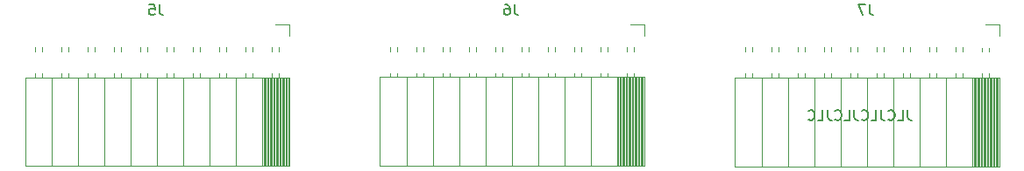
<source format=gbr>
G04 #@! TF.GenerationSoftware,KiCad,Pcbnew,5.1.4*
G04 #@! TF.CreationDate,2019-08-29T18:55:29+02:00*
G04 #@! TF.ProjectId,NixieClock,4e697869-6543-46c6-9f63-6b2e6b696361,rev?*
G04 #@! TF.SameCoordinates,Original*
G04 #@! TF.FileFunction,Legend,Bot*
G04 #@! TF.FilePolarity,Positive*
%FSLAX46Y46*%
G04 Gerber Fmt 4.6, Leading zero omitted, Abs format (unit mm)*
G04 Created by KiCad (PCBNEW 5.1.4) date 2019-08-29 18:55:29*
%MOMM*%
%LPD*%
G04 APERTURE LIST*
%ADD10C,0.150000*%
%ADD11C,0.120000*%
G04 APERTURE END LIST*
D10*
X147529047Y-100624380D02*
X147529047Y-101338666D01*
X147576666Y-101481523D01*
X147671904Y-101576761D01*
X147814761Y-101624380D01*
X147910000Y-101624380D01*
X146576666Y-101624380D02*
X147052857Y-101624380D01*
X147052857Y-100624380D01*
X145671904Y-101529142D02*
X145719523Y-101576761D01*
X145862380Y-101624380D01*
X145957619Y-101624380D01*
X146100476Y-101576761D01*
X146195714Y-101481523D01*
X146243333Y-101386285D01*
X146290952Y-101195809D01*
X146290952Y-101052952D01*
X146243333Y-100862476D01*
X146195714Y-100767238D01*
X146100476Y-100672000D01*
X145957619Y-100624380D01*
X145862380Y-100624380D01*
X145719523Y-100672000D01*
X145671904Y-100719619D01*
X144957619Y-100624380D02*
X144957619Y-101338666D01*
X145005238Y-101481523D01*
X145100476Y-101576761D01*
X145243333Y-101624380D01*
X145338571Y-101624380D01*
X144005238Y-101624380D02*
X144481428Y-101624380D01*
X144481428Y-100624380D01*
X143100476Y-101529142D02*
X143148095Y-101576761D01*
X143290952Y-101624380D01*
X143386190Y-101624380D01*
X143529047Y-101576761D01*
X143624285Y-101481523D01*
X143671904Y-101386285D01*
X143719523Y-101195809D01*
X143719523Y-101052952D01*
X143671904Y-100862476D01*
X143624285Y-100767238D01*
X143529047Y-100672000D01*
X143386190Y-100624380D01*
X143290952Y-100624380D01*
X143148095Y-100672000D01*
X143100476Y-100719619D01*
X142386190Y-100624380D02*
X142386190Y-101338666D01*
X142433809Y-101481523D01*
X142529047Y-101576761D01*
X142671904Y-101624380D01*
X142767142Y-101624380D01*
X141433809Y-101624380D02*
X141910000Y-101624380D01*
X141910000Y-100624380D01*
X140529047Y-101529142D02*
X140576666Y-101576761D01*
X140719523Y-101624380D01*
X140814761Y-101624380D01*
X140957619Y-101576761D01*
X141052857Y-101481523D01*
X141100476Y-101386285D01*
X141148095Y-101195809D01*
X141148095Y-101052952D01*
X141100476Y-100862476D01*
X141052857Y-100767238D01*
X140957619Y-100672000D01*
X140814761Y-100624380D01*
X140719523Y-100624380D01*
X140576666Y-100672000D01*
X140529047Y-100719619D01*
X139814761Y-100624380D02*
X139814761Y-101338666D01*
X139862380Y-101481523D01*
X139957619Y-101576761D01*
X140100476Y-101624380D01*
X140195714Y-101624380D01*
X138862380Y-101624380D02*
X139338571Y-101624380D01*
X139338571Y-100624380D01*
X137957619Y-101529142D02*
X138005238Y-101576761D01*
X138148095Y-101624380D01*
X138243333Y-101624380D01*
X138386190Y-101576761D01*
X138481428Y-101481523D01*
X138529047Y-101386285D01*
X138576666Y-101195809D01*
X138576666Y-101052952D01*
X138529047Y-100862476D01*
X138481428Y-100767238D01*
X138386190Y-100672000D01*
X138243333Y-100624380D01*
X138148095Y-100624380D01*
X138005238Y-100672000D01*
X137957619Y-100719619D01*
D11*
X156390000Y-93462000D02*
X156390000Y-92352000D01*
X156390000Y-92352000D02*
X155060000Y-92352000D01*
X156390000Y-106092000D02*
X130870000Y-106092000D01*
X130870000Y-106092000D02*
X130870000Y-97462000D01*
X156390000Y-97462000D02*
X130870000Y-97462000D01*
X156390000Y-106092000D02*
X156390000Y-97462000D01*
X133470000Y-106092000D02*
X133470000Y-97462000D01*
X136010000Y-106092000D02*
X136010000Y-97462000D01*
X138550000Y-106092000D02*
X138550000Y-97462000D01*
X141090000Y-106092000D02*
X141090000Y-97462000D01*
X143630000Y-106092000D02*
X143630000Y-97462000D01*
X146170000Y-106092000D02*
X146170000Y-97462000D01*
X148710000Y-106092000D02*
X148710000Y-97462000D01*
X151250000Y-106092000D02*
X151250000Y-97462000D01*
X153790000Y-106092000D02*
X153790000Y-97462000D01*
X131840000Y-94952000D02*
X131840000Y-94512000D01*
X131840000Y-97462000D02*
X131840000Y-97052000D01*
X132560000Y-94952000D02*
X132560000Y-94512000D01*
X132560000Y-97462000D02*
X132560000Y-97052000D01*
X134380000Y-94952000D02*
X134380000Y-94512000D01*
X134380000Y-97462000D02*
X134380000Y-97052000D01*
X135100000Y-94952000D02*
X135100000Y-94512000D01*
X135100000Y-97462000D02*
X135100000Y-97052000D01*
X136920000Y-94952000D02*
X136920000Y-94512000D01*
X136920000Y-97462000D02*
X136920000Y-97052000D01*
X137640000Y-94952000D02*
X137640000Y-94512000D01*
X137640000Y-97462000D02*
X137640000Y-97052000D01*
X139460000Y-94952000D02*
X139460000Y-94512000D01*
X139460000Y-97462000D02*
X139460000Y-97052000D01*
X140180000Y-94952000D02*
X140180000Y-94512000D01*
X140180000Y-97462000D02*
X140180000Y-97052000D01*
X142000000Y-94952000D02*
X142000000Y-94512000D01*
X142000000Y-97462000D02*
X142000000Y-97052000D01*
X142720000Y-94952000D02*
X142720000Y-94512000D01*
X142720000Y-97462000D02*
X142720000Y-97052000D01*
X144540000Y-94952000D02*
X144540000Y-94512000D01*
X144540000Y-97462000D02*
X144540000Y-97052000D01*
X145260000Y-94952000D02*
X145260000Y-94512000D01*
X145260000Y-97462000D02*
X145260000Y-97052000D01*
X147080000Y-94952000D02*
X147080000Y-94512000D01*
X147080000Y-97462000D02*
X147080000Y-97052000D01*
X147800000Y-94952000D02*
X147800000Y-94512000D01*
X147800000Y-97462000D02*
X147800000Y-97052000D01*
X149620000Y-94952000D02*
X149620000Y-94512000D01*
X149620000Y-97462000D02*
X149620000Y-97052000D01*
X150340000Y-94952000D02*
X150340000Y-94512000D01*
X150340000Y-97462000D02*
X150340000Y-97052000D01*
X152160000Y-94952000D02*
X152160000Y-94512000D01*
X152160000Y-97462000D02*
X152160000Y-97052000D01*
X152880000Y-94952000D02*
X152880000Y-94512000D01*
X152880000Y-97462000D02*
X152880000Y-97052000D01*
X154700000Y-94952000D02*
X154700000Y-94572000D01*
X154700000Y-97462000D02*
X154700000Y-97052000D01*
X155420000Y-94952000D02*
X155420000Y-94572000D01*
X155420000Y-97462000D02*
X155420000Y-97052000D01*
X153908100Y-106092000D02*
X153908100Y-97462000D01*
X154026195Y-106092000D02*
X154026195Y-97462000D01*
X154144290Y-106092000D02*
X154144290Y-97462000D01*
X154262385Y-106092000D02*
X154262385Y-97462000D01*
X154380480Y-106092000D02*
X154380480Y-97462000D01*
X154498575Y-106092000D02*
X154498575Y-97462000D01*
X154616670Y-106092000D02*
X154616670Y-97462000D01*
X154734765Y-106092000D02*
X154734765Y-97462000D01*
X154852860Y-106092000D02*
X154852860Y-97462000D01*
X154970955Y-106092000D02*
X154970955Y-97462000D01*
X155089050Y-106092000D02*
X155089050Y-97462000D01*
X155207145Y-106092000D02*
X155207145Y-97462000D01*
X155325240Y-106092000D02*
X155325240Y-97462000D01*
X155443335Y-106092000D02*
X155443335Y-97462000D01*
X155561430Y-106092000D02*
X155561430Y-97462000D01*
X155679525Y-106092000D02*
X155679525Y-97462000D01*
X155797620Y-106092000D02*
X155797620Y-97462000D01*
X155915715Y-106092000D02*
X155915715Y-97462000D01*
X156033810Y-106092000D02*
X156033810Y-97462000D01*
X156151905Y-106092000D02*
X156151905Y-97462000D01*
X156270000Y-106092000D02*
X156270000Y-97462000D01*
X122090000Y-93442000D02*
X122090000Y-92332000D01*
X122090000Y-92332000D02*
X120760000Y-92332000D01*
X122090000Y-106072000D02*
X96570000Y-106072000D01*
X96570000Y-106072000D02*
X96570000Y-97442000D01*
X122090000Y-97442000D02*
X96570000Y-97442000D01*
X122090000Y-106072000D02*
X122090000Y-97442000D01*
X99170000Y-106072000D02*
X99170000Y-97442000D01*
X101710000Y-106072000D02*
X101710000Y-97442000D01*
X104250000Y-106072000D02*
X104250000Y-97442000D01*
X106790000Y-106072000D02*
X106790000Y-97442000D01*
X109330000Y-106072000D02*
X109330000Y-97442000D01*
X111870000Y-106072000D02*
X111870000Y-97442000D01*
X114410000Y-106072000D02*
X114410000Y-97442000D01*
X116950000Y-106072000D02*
X116950000Y-97442000D01*
X119490000Y-106072000D02*
X119490000Y-97442000D01*
X97540000Y-94932000D02*
X97540000Y-94492000D01*
X97540000Y-97442000D02*
X97540000Y-97032000D01*
X98260000Y-94932000D02*
X98260000Y-94492000D01*
X98260000Y-97442000D02*
X98260000Y-97032000D01*
X100080000Y-94932000D02*
X100080000Y-94492000D01*
X100080000Y-97442000D02*
X100080000Y-97032000D01*
X100800000Y-94932000D02*
X100800000Y-94492000D01*
X100800000Y-97442000D02*
X100800000Y-97032000D01*
X102620000Y-94932000D02*
X102620000Y-94492000D01*
X102620000Y-97442000D02*
X102620000Y-97032000D01*
X103340000Y-94932000D02*
X103340000Y-94492000D01*
X103340000Y-97442000D02*
X103340000Y-97032000D01*
X105160000Y-94932000D02*
X105160000Y-94492000D01*
X105160000Y-97442000D02*
X105160000Y-97032000D01*
X105880000Y-94932000D02*
X105880000Y-94492000D01*
X105880000Y-97442000D02*
X105880000Y-97032000D01*
X107700000Y-94932000D02*
X107700000Y-94492000D01*
X107700000Y-97442000D02*
X107700000Y-97032000D01*
X108420000Y-94932000D02*
X108420000Y-94492000D01*
X108420000Y-97442000D02*
X108420000Y-97032000D01*
X110240000Y-94932000D02*
X110240000Y-94492000D01*
X110240000Y-97442000D02*
X110240000Y-97032000D01*
X110960000Y-94932000D02*
X110960000Y-94492000D01*
X110960000Y-97442000D02*
X110960000Y-97032000D01*
X112780000Y-94932000D02*
X112780000Y-94492000D01*
X112780000Y-97442000D02*
X112780000Y-97032000D01*
X113500000Y-94932000D02*
X113500000Y-94492000D01*
X113500000Y-97442000D02*
X113500000Y-97032000D01*
X115320000Y-94932000D02*
X115320000Y-94492000D01*
X115320000Y-97442000D02*
X115320000Y-97032000D01*
X116040000Y-94932000D02*
X116040000Y-94492000D01*
X116040000Y-97442000D02*
X116040000Y-97032000D01*
X117860000Y-94932000D02*
X117860000Y-94492000D01*
X117860000Y-97442000D02*
X117860000Y-97032000D01*
X118580000Y-94932000D02*
X118580000Y-94492000D01*
X118580000Y-97442000D02*
X118580000Y-97032000D01*
X120400000Y-94932000D02*
X120400000Y-94552000D01*
X120400000Y-97442000D02*
X120400000Y-97032000D01*
X121120000Y-94932000D02*
X121120000Y-94552000D01*
X121120000Y-97442000D02*
X121120000Y-97032000D01*
X119608100Y-106072000D02*
X119608100Y-97442000D01*
X119726195Y-106072000D02*
X119726195Y-97442000D01*
X119844290Y-106072000D02*
X119844290Y-97442000D01*
X119962385Y-106072000D02*
X119962385Y-97442000D01*
X120080480Y-106072000D02*
X120080480Y-97442000D01*
X120198575Y-106072000D02*
X120198575Y-97442000D01*
X120316670Y-106072000D02*
X120316670Y-97442000D01*
X120434765Y-106072000D02*
X120434765Y-97442000D01*
X120552860Y-106072000D02*
X120552860Y-97442000D01*
X120670955Y-106072000D02*
X120670955Y-97442000D01*
X120789050Y-106072000D02*
X120789050Y-97442000D01*
X120907145Y-106072000D02*
X120907145Y-97442000D01*
X121025240Y-106072000D02*
X121025240Y-97442000D01*
X121143335Y-106072000D02*
X121143335Y-97442000D01*
X121261430Y-106072000D02*
X121261430Y-97442000D01*
X121379525Y-106072000D02*
X121379525Y-97442000D01*
X121497620Y-106072000D02*
X121497620Y-97442000D01*
X121615715Y-106072000D02*
X121615715Y-97442000D01*
X121733810Y-106072000D02*
X121733810Y-97442000D01*
X121851905Y-106072000D02*
X121851905Y-97442000D01*
X121970000Y-106072000D02*
X121970000Y-97442000D01*
X87820000Y-93452000D02*
X87820000Y-92342000D01*
X87820000Y-92342000D02*
X86490000Y-92342000D01*
X87820000Y-106082000D02*
X62300000Y-106082000D01*
X62300000Y-106082000D02*
X62300000Y-97452000D01*
X87820000Y-97452000D02*
X62300000Y-97452000D01*
X87820000Y-106082000D02*
X87820000Y-97452000D01*
X64900000Y-106082000D02*
X64900000Y-97452000D01*
X67440000Y-106082000D02*
X67440000Y-97452000D01*
X69980000Y-106082000D02*
X69980000Y-97452000D01*
X72520000Y-106082000D02*
X72520000Y-97452000D01*
X75060000Y-106082000D02*
X75060000Y-97452000D01*
X77600000Y-106082000D02*
X77600000Y-97452000D01*
X80140000Y-106082000D02*
X80140000Y-97452000D01*
X82680000Y-106082000D02*
X82680000Y-97452000D01*
X85220000Y-106082000D02*
X85220000Y-97452000D01*
X63270000Y-94942000D02*
X63270000Y-94502000D01*
X63270000Y-97452000D02*
X63270000Y-97042000D01*
X63990000Y-94942000D02*
X63990000Y-94502000D01*
X63990000Y-97452000D02*
X63990000Y-97042000D01*
X65810000Y-94942000D02*
X65810000Y-94502000D01*
X65810000Y-97452000D02*
X65810000Y-97042000D01*
X66530000Y-94942000D02*
X66530000Y-94502000D01*
X66530000Y-97452000D02*
X66530000Y-97042000D01*
X68350000Y-94942000D02*
X68350000Y-94502000D01*
X68350000Y-97452000D02*
X68350000Y-97042000D01*
X69070000Y-94942000D02*
X69070000Y-94502000D01*
X69070000Y-97452000D02*
X69070000Y-97042000D01*
X70890000Y-94942000D02*
X70890000Y-94502000D01*
X70890000Y-97452000D02*
X70890000Y-97042000D01*
X71610000Y-94942000D02*
X71610000Y-94502000D01*
X71610000Y-97452000D02*
X71610000Y-97042000D01*
X73430000Y-94942000D02*
X73430000Y-94502000D01*
X73430000Y-97452000D02*
X73430000Y-97042000D01*
X74150000Y-94942000D02*
X74150000Y-94502000D01*
X74150000Y-97452000D02*
X74150000Y-97042000D01*
X75970000Y-94942000D02*
X75970000Y-94502000D01*
X75970000Y-97452000D02*
X75970000Y-97042000D01*
X76690000Y-94942000D02*
X76690000Y-94502000D01*
X76690000Y-97452000D02*
X76690000Y-97042000D01*
X78510000Y-94942000D02*
X78510000Y-94502000D01*
X78510000Y-97452000D02*
X78510000Y-97042000D01*
X79230000Y-94942000D02*
X79230000Y-94502000D01*
X79230000Y-97452000D02*
X79230000Y-97042000D01*
X81050000Y-94942000D02*
X81050000Y-94502000D01*
X81050000Y-97452000D02*
X81050000Y-97042000D01*
X81770000Y-94942000D02*
X81770000Y-94502000D01*
X81770000Y-97452000D02*
X81770000Y-97042000D01*
X83590000Y-94942000D02*
X83590000Y-94502000D01*
X83590000Y-97452000D02*
X83590000Y-97042000D01*
X84310000Y-94942000D02*
X84310000Y-94502000D01*
X84310000Y-97452000D02*
X84310000Y-97042000D01*
X86130000Y-94942000D02*
X86130000Y-94562000D01*
X86130000Y-97452000D02*
X86130000Y-97042000D01*
X86850000Y-94942000D02*
X86850000Y-94562000D01*
X86850000Y-97452000D02*
X86850000Y-97042000D01*
X85338100Y-106082000D02*
X85338100Y-97452000D01*
X85456195Y-106082000D02*
X85456195Y-97452000D01*
X85574290Y-106082000D02*
X85574290Y-97452000D01*
X85692385Y-106082000D02*
X85692385Y-97452000D01*
X85810480Y-106082000D02*
X85810480Y-97452000D01*
X85928575Y-106082000D02*
X85928575Y-97452000D01*
X86046670Y-106082000D02*
X86046670Y-97452000D01*
X86164765Y-106082000D02*
X86164765Y-97452000D01*
X86282860Y-106082000D02*
X86282860Y-97452000D01*
X86400955Y-106082000D02*
X86400955Y-97452000D01*
X86519050Y-106082000D02*
X86519050Y-97452000D01*
X86637145Y-106082000D02*
X86637145Y-97452000D01*
X86755240Y-106082000D02*
X86755240Y-97452000D01*
X86873335Y-106082000D02*
X86873335Y-97452000D01*
X86991430Y-106082000D02*
X86991430Y-97452000D01*
X87109525Y-106082000D02*
X87109525Y-97452000D01*
X87227620Y-106082000D02*
X87227620Y-97452000D01*
X87345715Y-106082000D02*
X87345715Y-97452000D01*
X87463810Y-106082000D02*
X87463810Y-97452000D01*
X87581905Y-106082000D02*
X87581905Y-97452000D01*
X87700000Y-106082000D02*
X87700000Y-97452000D01*
D10*
X143843333Y-90384380D02*
X143843333Y-91098666D01*
X143890952Y-91241523D01*
X143986190Y-91336761D01*
X144129047Y-91384380D01*
X144224285Y-91384380D01*
X143462380Y-90384380D02*
X142795714Y-90384380D01*
X143224285Y-91384380D01*
X109553333Y-90384380D02*
X109553333Y-91098666D01*
X109600952Y-91241523D01*
X109696190Y-91336761D01*
X109839047Y-91384380D01*
X109934285Y-91384380D01*
X108648571Y-90384380D02*
X108839047Y-90384380D01*
X108934285Y-90432000D01*
X108981904Y-90479619D01*
X109077142Y-90622476D01*
X109124761Y-90812952D01*
X109124761Y-91193904D01*
X109077142Y-91289142D01*
X109029523Y-91336761D01*
X108934285Y-91384380D01*
X108743809Y-91384380D01*
X108648571Y-91336761D01*
X108600952Y-91289142D01*
X108553333Y-91193904D01*
X108553333Y-90955809D01*
X108600952Y-90860571D01*
X108648571Y-90812952D01*
X108743809Y-90765333D01*
X108934285Y-90765333D01*
X109029523Y-90812952D01*
X109077142Y-90860571D01*
X109124761Y-90955809D01*
X75263333Y-90384380D02*
X75263333Y-91098666D01*
X75310952Y-91241523D01*
X75406190Y-91336761D01*
X75549047Y-91384380D01*
X75644285Y-91384380D01*
X74310952Y-90384380D02*
X74787142Y-90384380D01*
X74834761Y-90860571D01*
X74787142Y-90812952D01*
X74691904Y-90765333D01*
X74453809Y-90765333D01*
X74358571Y-90812952D01*
X74310952Y-90860571D01*
X74263333Y-90955809D01*
X74263333Y-91193904D01*
X74310952Y-91289142D01*
X74358571Y-91336761D01*
X74453809Y-91384380D01*
X74691904Y-91384380D01*
X74787142Y-91336761D01*
X74834761Y-91289142D01*
M02*

</source>
